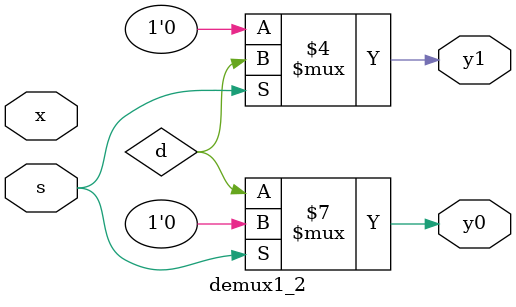
<source format=v>
module demux1_2(input x,s,output reg y0,y1);
  always@(*)begin
  if(s==0)begin
    y0 = d;
    y1 = 0;
  end
    else begin
      y0=0;
      y1=d;
    end
  end
endmodule

</source>
